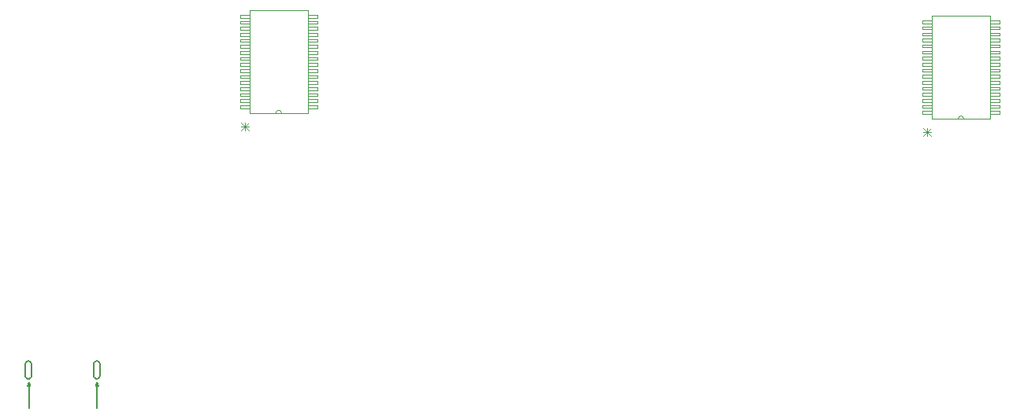
<source format=gm1>
%FSAX24Y24*%
%MOIN*%
G70*
G01*
G75*
G04 Layer_Color=16711935*
%ADD10R,0.0300X0.0300*%
%ADD11R,0.0300X0.0300*%
G04:AMPARAMS|DCode=12|XSize=79mil|YSize=44mil|CornerRadius=22mil|HoleSize=0mil|Usage=FLASHONLY|Rotation=90.000|XOffset=0mil|YOffset=0mil|HoleType=Round|Shape=RoundedRectangle|*
%AMROUNDEDRECTD12*
21,1,0.0790,0.0000,0,0,90.0*
21,1,0.0350,0.0440,0,0,90.0*
1,1,0.0440,0.0000,0.0175*
1,1,0.0440,0.0000,-0.0175*
1,1,0.0440,0.0000,-0.0175*
1,1,0.0440,0.0000,0.0175*
%
%ADD12ROUNDEDRECTD12*%
%ADD13R,0.0472X0.2400*%
%ADD14O,0.0709X0.0094*%
%ADD15O,0.0094X0.0709*%
%ADD16O,0.0472X0.1181*%
%ADD17R,0.2323X0.2559*%
%ADD18O,0.0827X0.0138*%
%ADD19C,0.0060*%
%ADD20C,0.0100*%
%ADD21C,0.0094*%
%ADD22C,0.0295*%
%ADD23C,0.0197*%
%ADD24C,0.0700*%
%ADD25R,0.0700X0.0700*%
%ADD26R,0.0700X0.0700*%
%ADD27C,0.0400*%
%ADD28O,0.0600X0.1000*%
%ADD29C,0.0600*%
%ADD30C,0.2500*%
%ADD31C,0.0276*%
%ADD32O,0.0866X0.0236*%
%ADD33R,0.0600X0.1000*%
%ADD34R,0.1618X0.1717*%
%ADD35R,0.0500X0.0120*%
%ADD36C,0.0080*%
%ADD37C,0.0050*%
%ADD38C,0.0098*%
%ADD39C,0.0236*%
%ADD40C,0.0079*%
%ADD41R,0.1000X0.0996*%
%ADD42C,0.0040*%
%ADD43C,0.0030*%
%ADD44R,0.0996X0.1000*%
%ADD45R,0.0996X0.1000*%
%ADD46C,0.0000*%
D19*
X006947Y055048D02*
G03*
X007065Y055166I000000J000118D01*
G01*
X006789Y055166D02*
G03*
X006907Y055048I000118J000000D01*
G01*
X006927Y055796D02*
G03*
X006789Y055658I000000J-000138D01*
G01*
X007065Y055658D02*
G03*
X006927Y055796I-000138J000000D01*
G01*
X004171Y055658D02*
G03*
X004033Y055796I-000138J000000D01*
G01*
X004033Y055796D02*
G03*
X003896Y055658I000000J-000138D01*
G01*
X003896Y055166D02*
G03*
X004014Y055048I000118J000000D01*
G01*
X004053Y055048D02*
G03*
X004171Y055166I000000J000118D01*
G01*
X006907Y054733D02*
X006947Y054890D01*
X006907Y054733D02*
X006986Y054733D01*
X006947Y054890D02*
X006986Y054733D01*
X006947Y053788D02*
X006947Y054890D01*
X007065Y055166D02*
X007065Y055638D01*
X006907Y055048D02*
X006947Y055048D01*
X006789Y055166D02*
X006789Y055658D01*
X007065Y055441D02*
X007065Y055658D01*
X004171Y055441D02*
X004171Y055658D01*
X003896Y055166D02*
X003896Y055658D01*
X004014Y055048D02*
X004053Y055048D01*
X004171Y055166D02*
X004171Y055638D01*
X004053Y053788D02*
X004053Y054890D01*
X004092Y054733D01*
X004014Y054733D02*
X004092Y054733D01*
X004014Y054733D02*
X004053Y054890D01*
D43*
X041895Y065344D02*
X042228Y065677D01*
X041895Y065677D02*
X042228Y065344D01*
X041895Y065511D02*
X042228Y065511D01*
X042062Y065677D02*
X042062Y065344D01*
X013025Y065584D02*
X013358Y065917D01*
X013025Y065917D02*
X013358Y065584D01*
X013025Y065751D02*
X013358Y065751D01*
X013192Y065917D02*
X013192Y065584D01*
D46*
X043620Y066065D02*
G03*
X043380Y066065I-000120J000000D01*
G01*
X014750Y066305D02*
G03*
X014510Y066305I-000120J000000D01*
G01*
X042280Y066065D02*
X042280Y070435D01*
X042280Y066065D02*
X044720Y066065D01*
X044720Y070435D01*
X042280Y070435D02*
X044720Y070435D01*
X044720Y066271D02*
X045135Y066271D01*
X045135Y066391D01*
X044720Y066391D02*
X045135Y066391D01*
X044720Y066271D02*
X044720Y066391D01*
X044720Y066527D02*
X045135Y066527D01*
X045135Y066647D01*
X044720Y066647D02*
X045135Y066647D01*
X044720Y066527D02*
X044720Y066647D01*
X044720Y066783D02*
X045135Y066783D01*
X045135Y066903D01*
X044720Y066903D02*
X045135Y066903D01*
X044720Y066783D02*
X044720Y066903D01*
X044720Y067038D02*
X045135Y067038D01*
X045135Y067158D01*
X044720Y067158D02*
X045135Y067158D01*
X044720Y067038D02*
X044720Y067158D01*
X044720Y067294D02*
X045135Y067294D01*
X045135Y067414D01*
X044720Y067414D02*
X045135Y067414D01*
X044720Y067294D02*
X044720Y067414D01*
X044720Y067550D02*
X045135Y067550D01*
X045135Y067670D01*
X044720Y067670D02*
X045135Y067670D01*
X044720Y067550D02*
X044720Y067670D01*
X044720Y067806D02*
X045135Y067806D01*
X045135Y067926D01*
X044720Y067926D02*
X045135Y067926D01*
X044720Y067806D02*
X044720Y067926D01*
X044720Y068062D02*
X045135Y068062D01*
X045135Y068182D01*
X044720Y068182D02*
X045135Y068182D01*
X044720Y068062D02*
X044720Y068182D01*
X044720Y068318D02*
X045135Y068318D01*
X045135Y068438D01*
X044720Y068438D02*
X045135Y068438D01*
X044720Y068318D02*
X044720Y068438D01*
X044720Y068574D02*
X045135Y068574D01*
X045135Y068694D01*
X044720Y068694D02*
X045135Y068694D01*
X044720Y068574D02*
X044720Y068694D01*
X044720Y068830D02*
X045135Y068830D01*
X045135Y068950D01*
X044720Y068950D02*
X045135Y068950D01*
X044720Y068830D02*
X044720Y068950D01*
X044720Y069086D02*
X045135Y069086D01*
X045135Y069206D01*
X044720Y069206D02*
X045135Y069206D01*
X044720Y069086D02*
X044720Y069206D01*
X044720Y069342D02*
X045135Y069342D01*
X045135Y069462D01*
X044720Y069462D02*
X045135Y069462D01*
X044720Y069342D02*
X044720Y069462D01*
X044720Y069598D02*
X045135Y069598D01*
X045135Y069718D01*
X044720Y069718D02*
X045135Y069718D01*
X044720Y069598D02*
X044720Y069718D01*
X044720Y069853D02*
X045135Y069853D01*
X045135Y069973D01*
X044720Y069973D02*
X045135Y069973D01*
X044720Y069853D02*
X044720Y069973D01*
X044720Y070109D02*
X045135Y070109D01*
X045135Y070229D01*
X044720Y070229D02*
X045135Y070229D01*
X044720Y070109D02*
X044720Y070229D01*
X041865Y070229D02*
X042280Y070229D01*
X041865Y070109D02*
X041865Y070229D01*
X041865Y070109D02*
X042280Y070109D01*
X042280Y070229D01*
X041865Y069973D02*
X042280Y069973D01*
X041865Y069853D02*
X041865Y069973D01*
X041865Y069853D02*
X042280Y069853D01*
X042280Y069973D01*
X041865Y069718D02*
X042280Y069718D01*
X041865Y069598D02*
X041865Y069718D01*
X041865Y069598D02*
X042280Y069598D01*
X042280Y069718D01*
X041865Y069462D02*
X042280Y069462D01*
X041865Y069342D02*
X041865Y069462D01*
X041865Y069342D02*
X042280Y069342D01*
X042280Y069462D01*
X041865Y069206D02*
X042280Y069206D01*
X041865Y069086D02*
X041865Y069206D01*
X041865Y069086D02*
X042280Y069086D01*
X042280Y069206D01*
X041865Y068950D02*
X042280Y068950D01*
X041865Y068830D02*
X041865Y068950D01*
X041865Y068830D02*
X042280Y068830D01*
X042280Y068950D01*
X041865Y068694D02*
X042280Y068694D01*
X041865Y068574D02*
X041865Y068694D01*
X041865Y068574D02*
X042280Y068574D01*
X042280Y068694D01*
X041865Y068438D02*
X042280Y068438D01*
X041865Y068318D02*
X041865Y068438D01*
X041865Y068318D02*
X042280Y068318D01*
X042280Y068438D01*
X041865Y068182D02*
X042280Y068182D01*
X041865Y068062D02*
X041865Y068182D01*
X041865Y068062D02*
X042280Y068062D01*
X042280Y068182D01*
X041865Y067926D02*
X042280Y067926D01*
X041865Y067806D02*
X041865Y067926D01*
X041865Y067806D02*
X042280Y067806D01*
X042280Y067926D01*
X041865Y067670D02*
X042280Y067670D01*
X041865Y067550D02*
X041865Y067670D01*
X041865Y067550D02*
X042280Y067550D01*
X042280Y067670D01*
X041865Y067414D02*
X042280Y067414D01*
X041865Y067294D02*
X041865Y067414D01*
X041865Y067294D02*
X042280Y067294D01*
X042280Y067414D01*
X041865Y067158D02*
X042280Y067158D01*
X041865Y067038D02*
X041865Y067158D01*
X041865Y067038D02*
X042280Y067038D01*
X042280Y067158D01*
X041865Y066903D02*
X042280Y066903D01*
X041865Y066783D02*
X041865Y066903D01*
X041865Y066783D02*
X042280Y066783D01*
X042280Y066903D01*
X041865Y066647D02*
X042280Y066647D01*
X041865Y066527D02*
X041865Y066647D01*
X041865Y066527D02*
X042280Y066527D01*
X042280Y066647D01*
X041865Y066391D02*
X042280Y066391D01*
X041865Y066271D02*
X041865Y066391D01*
X041865Y066271D02*
X042280Y066271D01*
X042280Y066391D01*
X013410Y066305D02*
X013410Y070675D01*
X013410Y066305D02*
X015850Y066305D01*
X015850Y070675D01*
X013410Y070675D02*
X015850Y070675D01*
X015850Y066511D02*
X016265Y066511D01*
X016265Y066631D01*
X015850Y066631D02*
X016265Y066631D01*
X015850Y066511D02*
X015850Y066631D01*
X015850Y066767D02*
X016265Y066767D01*
X016265Y066887D01*
X015850Y066887D02*
X016265Y066887D01*
X015850Y066767D02*
X015850Y066887D01*
X015850Y067023D02*
X016265Y067023D01*
X016265Y067143D01*
X015850Y067143D02*
X016265Y067143D01*
X015850Y067023D02*
X015850Y067143D01*
X015850Y067278D02*
X016265Y067278D01*
X016265Y067398D01*
X015850Y067398D02*
X016265Y067398D01*
X015850Y067278D02*
X015850Y067398D01*
X015850Y067534D02*
X016265Y067534D01*
X016265Y067654D01*
X015850Y067654D02*
X016265Y067654D01*
X015850Y067534D02*
X015850Y067654D01*
X015850Y067790D02*
X016265Y067790D01*
X016265Y067910D01*
X015850Y067910D02*
X016265Y067910D01*
X015850Y067790D02*
X015850Y067910D01*
X015850Y068046D02*
X016265Y068046D01*
X016265Y068166D01*
X015850Y068166D02*
X016265Y068166D01*
X015850Y068046D02*
X015850Y068166D01*
X015850Y068302D02*
X016265Y068302D01*
X016265Y068422D01*
X015850Y068422D02*
X016265Y068422D01*
X015850Y068302D02*
X015850Y068422D01*
X015850Y068558D02*
X016265Y068558D01*
X016265Y068678D01*
X015850Y068678D02*
X016265Y068678D01*
X015850Y068558D02*
X015850Y068678D01*
X015850Y068814D02*
X016265Y068814D01*
X016265Y068934D01*
X015850Y068934D02*
X016265Y068934D01*
X015850Y068814D02*
X015850Y068934D01*
X015850Y069070D02*
X016265Y069070D01*
X016265Y069190D01*
X015850Y069190D02*
X016265Y069190D01*
X015850Y069070D02*
X015850Y069190D01*
X015850Y069326D02*
X016265Y069326D01*
X016265Y069446D01*
X015850Y069446D02*
X016265Y069446D01*
X015850Y069326D02*
X015850Y069446D01*
X015850Y069582D02*
X016265Y069582D01*
X016265Y069702D01*
X015850Y069702D02*
X016265Y069702D01*
X015850Y069582D02*
X015850Y069702D01*
X015850Y069837D02*
X016265Y069837D01*
X016265Y069957D01*
X015850Y069957D02*
X016265Y069957D01*
X015850Y069837D02*
X015850Y069957D01*
X015850Y070093D02*
X016265Y070093D01*
X016265Y070213D01*
X015850Y070213D02*
X016265Y070213D01*
X015850Y070093D02*
X015850Y070213D01*
X015850Y070349D02*
X016265Y070349D01*
X016265Y070469D01*
X015850Y070469D02*
X016265Y070469D01*
X015850Y070349D02*
X015850Y070469D01*
X012995Y070469D02*
X013410Y070469D01*
X012995Y070349D02*
X012995Y070469D01*
X012995Y070349D02*
X013410Y070349D01*
X013410Y070469D01*
X012995Y070213D02*
X013410Y070213D01*
X012995Y070093D02*
X012995Y070213D01*
X012995Y070093D02*
X013410Y070093D01*
X013410Y070213D01*
X012995Y069957D02*
X013410Y069957D01*
X012995Y069837D02*
X012995Y069957D01*
X012995Y069837D02*
X013410Y069837D01*
X013410Y069957D01*
X012995Y069702D02*
X013410Y069702D01*
X012995Y069582D02*
X012995Y069702D01*
X012995Y069582D02*
X013410Y069582D01*
X013410Y069702D01*
X012995Y069446D02*
X013410Y069446D01*
X012995Y069326D02*
X012995Y069446D01*
X012995Y069326D02*
X013410Y069326D01*
X013410Y069446D01*
X012995Y069190D02*
X013410Y069190D01*
X012995Y069070D02*
X012995Y069190D01*
X012995Y069070D02*
X013410Y069070D01*
X013410Y069190D01*
X012995Y068934D02*
X013410Y068934D01*
X012995Y068814D02*
X012995Y068934D01*
X012995Y068814D02*
X013410Y068814D01*
X013410Y068934D01*
X012995Y068678D02*
X013410Y068678D01*
X012995Y068558D02*
X012995Y068678D01*
X012995Y068558D02*
X013410Y068558D01*
X013410Y068678D01*
X012995Y068422D02*
X013410Y068422D01*
X012995Y068302D02*
X012995Y068422D01*
X012995Y068302D02*
X013410Y068302D01*
X013410Y068422D01*
X012995Y068166D02*
X013410Y068166D01*
X012995Y068046D02*
X012995Y068166D01*
X012995Y068046D02*
X013410Y068046D01*
X013410Y068166D01*
X012995Y067910D02*
X013410Y067910D01*
X012995Y067790D02*
X012995Y067910D01*
X012995Y067790D02*
X013410Y067790D01*
X013410Y067910D01*
X012995Y067654D02*
X013410Y067654D01*
X012995Y067534D02*
X012995Y067654D01*
X012995Y067534D02*
X013410Y067534D01*
X013410Y067654D01*
X012995Y067398D02*
X013410Y067398D01*
X012995Y067278D02*
X012995Y067398D01*
X012995Y067278D02*
X013410Y067278D01*
X013410Y067398D01*
X012995Y067143D02*
X013410Y067143D01*
X012995Y067023D02*
X012995Y067143D01*
X012995Y067023D02*
X013410Y067023D01*
X013410Y067143D01*
X012995Y066887D02*
X013410Y066887D01*
X012995Y066767D02*
X012995Y066887D01*
X012995Y066767D02*
X013410Y066767D01*
X013410Y066887D01*
X012995Y066631D02*
X013410Y066631D01*
X012995Y066511D02*
X012995Y066631D01*
X012995Y066511D02*
X013410Y066511D01*
X013410Y066631D01*
M02*

</source>
